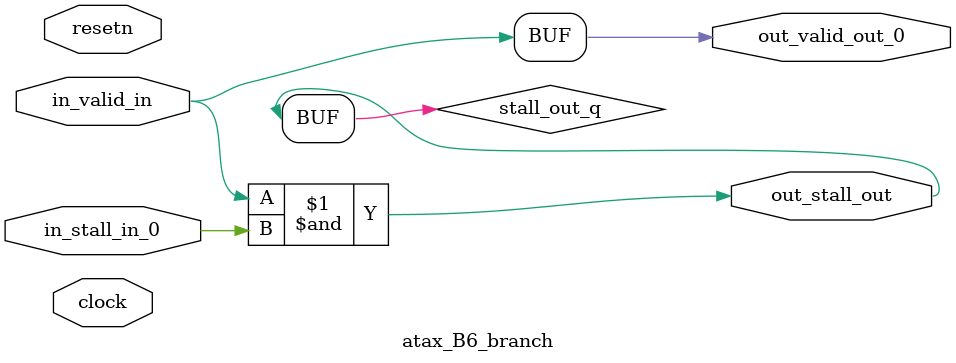
<source format=sv>



(* altera_attribute = "-name AUTO_SHIFT_REGISTER_RECOGNITION OFF; -name MESSAGE_DISABLE 10036; -name MESSAGE_DISABLE 10037; -name MESSAGE_DISABLE 14130; -name MESSAGE_DISABLE 14320; -name MESSAGE_DISABLE 15400; -name MESSAGE_DISABLE 14130; -name MESSAGE_DISABLE 10036; -name MESSAGE_DISABLE 12020; -name MESSAGE_DISABLE 12030; -name MESSAGE_DISABLE 12010; -name MESSAGE_DISABLE 12110; -name MESSAGE_DISABLE 14320; -name MESSAGE_DISABLE 13410; -name MESSAGE_DISABLE 113007; -name MESSAGE_DISABLE 10958" *)
module atax_B6_branch (
    input wire [0:0] in_stall_in_0,
    input wire [0:0] in_valid_in,
    output wire [0:0] out_stall_out,
    output wire [0:0] out_valid_out_0,
    input wire clock,
    input wire resetn
    );

    wire [0:0] stall_out_q;


    // stall_out(LOGICAL,6)
    assign stall_out_q = in_valid_in & in_stall_in_0;

    // out_stall_out(GPOUT,4)
    assign out_stall_out = stall_out_q;

    // out_valid_out_0(GPOUT,5)
    assign out_valid_out_0 = in_valid_in;

endmodule

</source>
